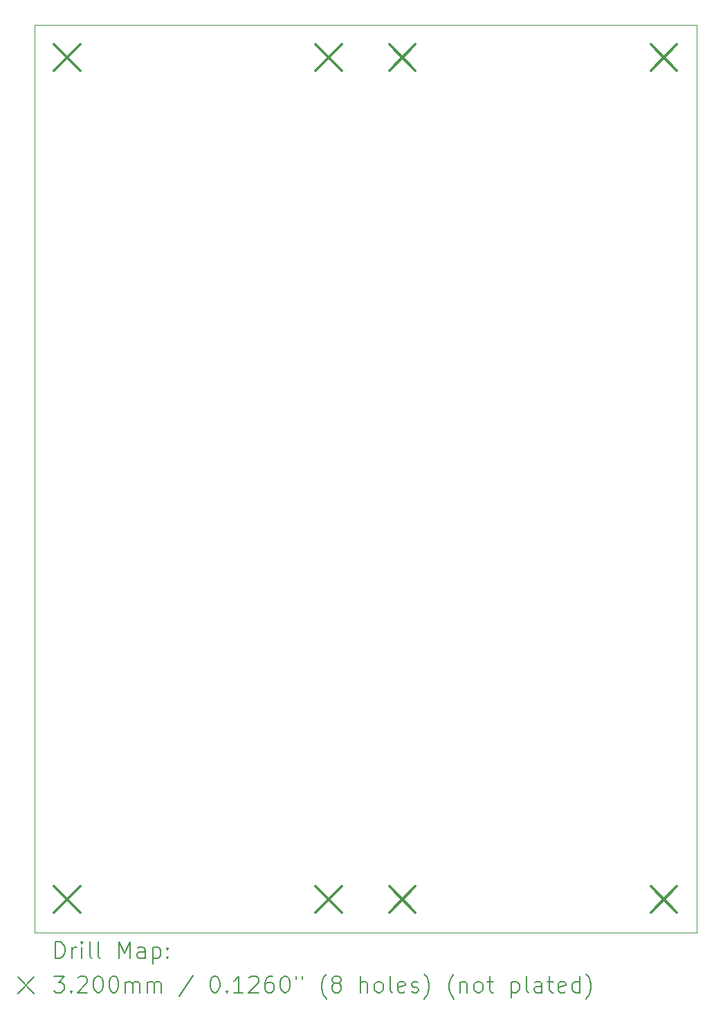
<source format=gbr>
%TF.GenerationSoftware,KiCad,Pcbnew,8.0.2-1*%
%TF.CreationDate,2024-06-17T10:37:50+02:00*%
%TF.ProjectId,chrono-divider,6368726f-6e6f-42d6-9469-76696465722e,rev?*%
%TF.SameCoordinates,Original*%
%TF.FileFunction,Drillmap*%
%TF.FilePolarity,Positive*%
%FSLAX45Y45*%
G04 Gerber Fmt 4.5, Leading zero omitted, Abs format (unit mm)*
G04 Created by KiCad (PCBNEW 8.0.2-1) date 2024-06-17 10:37:50*
%MOMM*%
%LPD*%
G01*
G04 APERTURE LIST*
%ADD10C,0.100000*%
%ADD11C,0.200000*%
%ADD12C,0.320000*%
G04 APERTURE END LIST*
D10*
X5000000Y-5000000D02*
X13100000Y-5000000D01*
X13100000Y-16100000D01*
X5000000Y-16100000D01*
X5000000Y-5000000D01*
D11*
D12*
X5240000Y-5240000D02*
X5560000Y-5560000D01*
X5560000Y-5240000D02*
X5240000Y-5560000D01*
X5240000Y-15540000D02*
X5560000Y-15860000D01*
X5560000Y-15540000D02*
X5240000Y-15860000D01*
X8440000Y-5240000D02*
X8760000Y-5560000D01*
X8760000Y-5240000D02*
X8440000Y-5560000D01*
X8440000Y-15540000D02*
X8760000Y-15860000D01*
X8760000Y-15540000D02*
X8440000Y-15860000D01*
X9340000Y-5240000D02*
X9660000Y-5560000D01*
X9660000Y-5240000D02*
X9340000Y-5560000D01*
X9340000Y-15540000D02*
X9660000Y-15860000D01*
X9660000Y-15540000D02*
X9340000Y-15860000D01*
X12540000Y-5240000D02*
X12860000Y-5560000D01*
X12860000Y-5240000D02*
X12540000Y-5560000D01*
X12540000Y-15540000D02*
X12860000Y-15860000D01*
X12860000Y-15540000D02*
X12540000Y-15860000D01*
D11*
X5255777Y-16416484D02*
X5255777Y-16216484D01*
X5255777Y-16216484D02*
X5303396Y-16216484D01*
X5303396Y-16216484D02*
X5331967Y-16226008D01*
X5331967Y-16226008D02*
X5351015Y-16245055D01*
X5351015Y-16245055D02*
X5360539Y-16264103D01*
X5360539Y-16264103D02*
X5370063Y-16302198D01*
X5370063Y-16302198D02*
X5370063Y-16330769D01*
X5370063Y-16330769D02*
X5360539Y-16368865D01*
X5360539Y-16368865D02*
X5351015Y-16387912D01*
X5351015Y-16387912D02*
X5331967Y-16406960D01*
X5331967Y-16406960D02*
X5303396Y-16416484D01*
X5303396Y-16416484D02*
X5255777Y-16416484D01*
X5455777Y-16416484D02*
X5455777Y-16283150D01*
X5455777Y-16321246D02*
X5465301Y-16302198D01*
X5465301Y-16302198D02*
X5474824Y-16292674D01*
X5474824Y-16292674D02*
X5493872Y-16283150D01*
X5493872Y-16283150D02*
X5512920Y-16283150D01*
X5579586Y-16416484D02*
X5579586Y-16283150D01*
X5579586Y-16216484D02*
X5570063Y-16226008D01*
X5570063Y-16226008D02*
X5579586Y-16235531D01*
X5579586Y-16235531D02*
X5589110Y-16226008D01*
X5589110Y-16226008D02*
X5579586Y-16216484D01*
X5579586Y-16216484D02*
X5579586Y-16235531D01*
X5703396Y-16416484D02*
X5684348Y-16406960D01*
X5684348Y-16406960D02*
X5674824Y-16387912D01*
X5674824Y-16387912D02*
X5674824Y-16216484D01*
X5808158Y-16416484D02*
X5789110Y-16406960D01*
X5789110Y-16406960D02*
X5779586Y-16387912D01*
X5779586Y-16387912D02*
X5779586Y-16216484D01*
X6036729Y-16416484D02*
X6036729Y-16216484D01*
X6036729Y-16216484D02*
X6103396Y-16359341D01*
X6103396Y-16359341D02*
X6170062Y-16216484D01*
X6170062Y-16216484D02*
X6170062Y-16416484D01*
X6351015Y-16416484D02*
X6351015Y-16311722D01*
X6351015Y-16311722D02*
X6341491Y-16292674D01*
X6341491Y-16292674D02*
X6322443Y-16283150D01*
X6322443Y-16283150D02*
X6284348Y-16283150D01*
X6284348Y-16283150D02*
X6265301Y-16292674D01*
X6351015Y-16406960D02*
X6331967Y-16416484D01*
X6331967Y-16416484D02*
X6284348Y-16416484D01*
X6284348Y-16416484D02*
X6265301Y-16406960D01*
X6265301Y-16406960D02*
X6255777Y-16387912D01*
X6255777Y-16387912D02*
X6255777Y-16368865D01*
X6255777Y-16368865D02*
X6265301Y-16349817D01*
X6265301Y-16349817D02*
X6284348Y-16340293D01*
X6284348Y-16340293D02*
X6331967Y-16340293D01*
X6331967Y-16340293D02*
X6351015Y-16330769D01*
X6446253Y-16283150D02*
X6446253Y-16483150D01*
X6446253Y-16292674D02*
X6465301Y-16283150D01*
X6465301Y-16283150D02*
X6503396Y-16283150D01*
X6503396Y-16283150D02*
X6522443Y-16292674D01*
X6522443Y-16292674D02*
X6531967Y-16302198D01*
X6531967Y-16302198D02*
X6541491Y-16321246D01*
X6541491Y-16321246D02*
X6541491Y-16378388D01*
X6541491Y-16378388D02*
X6531967Y-16397436D01*
X6531967Y-16397436D02*
X6522443Y-16406960D01*
X6522443Y-16406960D02*
X6503396Y-16416484D01*
X6503396Y-16416484D02*
X6465301Y-16416484D01*
X6465301Y-16416484D02*
X6446253Y-16406960D01*
X6627205Y-16397436D02*
X6636729Y-16406960D01*
X6636729Y-16406960D02*
X6627205Y-16416484D01*
X6627205Y-16416484D02*
X6617682Y-16406960D01*
X6617682Y-16406960D02*
X6627205Y-16397436D01*
X6627205Y-16397436D02*
X6627205Y-16416484D01*
X6627205Y-16292674D02*
X6636729Y-16302198D01*
X6636729Y-16302198D02*
X6627205Y-16311722D01*
X6627205Y-16311722D02*
X6617682Y-16302198D01*
X6617682Y-16302198D02*
X6627205Y-16292674D01*
X6627205Y-16292674D02*
X6627205Y-16311722D01*
X4795000Y-16645000D02*
X4995000Y-16845000D01*
X4995000Y-16645000D02*
X4795000Y-16845000D01*
X5236729Y-16636484D02*
X5360539Y-16636484D01*
X5360539Y-16636484D02*
X5293872Y-16712674D01*
X5293872Y-16712674D02*
X5322444Y-16712674D01*
X5322444Y-16712674D02*
X5341491Y-16722198D01*
X5341491Y-16722198D02*
X5351015Y-16731722D01*
X5351015Y-16731722D02*
X5360539Y-16750769D01*
X5360539Y-16750769D02*
X5360539Y-16798389D01*
X5360539Y-16798389D02*
X5351015Y-16817436D01*
X5351015Y-16817436D02*
X5341491Y-16826960D01*
X5341491Y-16826960D02*
X5322444Y-16836484D01*
X5322444Y-16836484D02*
X5265301Y-16836484D01*
X5265301Y-16836484D02*
X5246253Y-16826960D01*
X5246253Y-16826960D02*
X5236729Y-16817436D01*
X5446253Y-16817436D02*
X5455777Y-16826960D01*
X5455777Y-16826960D02*
X5446253Y-16836484D01*
X5446253Y-16836484D02*
X5436729Y-16826960D01*
X5436729Y-16826960D02*
X5446253Y-16817436D01*
X5446253Y-16817436D02*
X5446253Y-16836484D01*
X5531967Y-16655531D02*
X5541491Y-16646008D01*
X5541491Y-16646008D02*
X5560539Y-16636484D01*
X5560539Y-16636484D02*
X5608158Y-16636484D01*
X5608158Y-16636484D02*
X5627205Y-16646008D01*
X5627205Y-16646008D02*
X5636729Y-16655531D01*
X5636729Y-16655531D02*
X5646253Y-16674579D01*
X5646253Y-16674579D02*
X5646253Y-16693627D01*
X5646253Y-16693627D02*
X5636729Y-16722198D01*
X5636729Y-16722198D02*
X5522444Y-16836484D01*
X5522444Y-16836484D02*
X5646253Y-16836484D01*
X5770062Y-16636484D02*
X5789110Y-16636484D01*
X5789110Y-16636484D02*
X5808158Y-16646008D01*
X5808158Y-16646008D02*
X5817682Y-16655531D01*
X5817682Y-16655531D02*
X5827205Y-16674579D01*
X5827205Y-16674579D02*
X5836729Y-16712674D01*
X5836729Y-16712674D02*
X5836729Y-16760293D01*
X5836729Y-16760293D02*
X5827205Y-16798389D01*
X5827205Y-16798389D02*
X5817682Y-16817436D01*
X5817682Y-16817436D02*
X5808158Y-16826960D01*
X5808158Y-16826960D02*
X5789110Y-16836484D01*
X5789110Y-16836484D02*
X5770062Y-16836484D01*
X5770062Y-16836484D02*
X5751015Y-16826960D01*
X5751015Y-16826960D02*
X5741491Y-16817436D01*
X5741491Y-16817436D02*
X5731967Y-16798389D01*
X5731967Y-16798389D02*
X5722443Y-16760293D01*
X5722443Y-16760293D02*
X5722443Y-16712674D01*
X5722443Y-16712674D02*
X5731967Y-16674579D01*
X5731967Y-16674579D02*
X5741491Y-16655531D01*
X5741491Y-16655531D02*
X5751015Y-16646008D01*
X5751015Y-16646008D02*
X5770062Y-16636484D01*
X5960539Y-16636484D02*
X5979586Y-16636484D01*
X5979586Y-16636484D02*
X5998634Y-16646008D01*
X5998634Y-16646008D02*
X6008158Y-16655531D01*
X6008158Y-16655531D02*
X6017682Y-16674579D01*
X6017682Y-16674579D02*
X6027205Y-16712674D01*
X6027205Y-16712674D02*
X6027205Y-16760293D01*
X6027205Y-16760293D02*
X6017682Y-16798389D01*
X6017682Y-16798389D02*
X6008158Y-16817436D01*
X6008158Y-16817436D02*
X5998634Y-16826960D01*
X5998634Y-16826960D02*
X5979586Y-16836484D01*
X5979586Y-16836484D02*
X5960539Y-16836484D01*
X5960539Y-16836484D02*
X5941491Y-16826960D01*
X5941491Y-16826960D02*
X5931967Y-16817436D01*
X5931967Y-16817436D02*
X5922443Y-16798389D01*
X5922443Y-16798389D02*
X5912920Y-16760293D01*
X5912920Y-16760293D02*
X5912920Y-16712674D01*
X5912920Y-16712674D02*
X5922443Y-16674579D01*
X5922443Y-16674579D02*
X5931967Y-16655531D01*
X5931967Y-16655531D02*
X5941491Y-16646008D01*
X5941491Y-16646008D02*
X5960539Y-16636484D01*
X6112920Y-16836484D02*
X6112920Y-16703150D01*
X6112920Y-16722198D02*
X6122443Y-16712674D01*
X6122443Y-16712674D02*
X6141491Y-16703150D01*
X6141491Y-16703150D02*
X6170063Y-16703150D01*
X6170063Y-16703150D02*
X6189110Y-16712674D01*
X6189110Y-16712674D02*
X6198634Y-16731722D01*
X6198634Y-16731722D02*
X6198634Y-16836484D01*
X6198634Y-16731722D02*
X6208158Y-16712674D01*
X6208158Y-16712674D02*
X6227205Y-16703150D01*
X6227205Y-16703150D02*
X6255777Y-16703150D01*
X6255777Y-16703150D02*
X6274824Y-16712674D01*
X6274824Y-16712674D02*
X6284348Y-16731722D01*
X6284348Y-16731722D02*
X6284348Y-16836484D01*
X6379586Y-16836484D02*
X6379586Y-16703150D01*
X6379586Y-16722198D02*
X6389110Y-16712674D01*
X6389110Y-16712674D02*
X6408158Y-16703150D01*
X6408158Y-16703150D02*
X6436729Y-16703150D01*
X6436729Y-16703150D02*
X6455777Y-16712674D01*
X6455777Y-16712674D02*
X6465301Y-16731722D01*
X6465301Y-16731722D02*
X6465301Y-16836484D01*
X6465301Y-16731722D02*
X6474824Y-16712674D01*
X6474824Y-16712674D02*
X6493872Y-16703150D01*
X6493872Y-16703150D02*
X6522443Y-16703150D01*
X6522443Y-16703150D02*
X6541491Y-16712674D01*
X6541491Y-16712674D02*
X6551015Y-16731722D01*
X6551015Y-16731722D02*
X6551015Y-16836484D01*
X6941491Y-16626960D02*
X6770063Y-16884103D01*
X7198634Y-16636484D02*
X7217682Y-16636484D01*
X7217682Y-16636484D02*
X7236729Y-16646008D01*
X7236729Y-16646008D02*
X7246253Y-16655531D01*
X7246253Y-16655531D02*
X7255777Y-16674579D01*
X7255777Y-16674579D02*
X7265301Y-16712674D01*
X7265301Y-16712674D02*
X7265301Y-16760293D01*
X7265301Y-16760293D02*
X7255777Y-16798389D01*
X7255777Y-16798389D02*
X7246253Y-16817436D01*
X7246253Y-16817436D02*
X7236729Y-16826960D01*
X7236729Y-16826960D02*
X7217682Y-16836484D01*
X7217682Y-16836484D02*
X7198634Y-16836484D01*
X7198634Y-16836484D02*
X7179586Y-16826960D01*
X7179586Y-16826960D02*
X7170063Y-16817436D01*
X7170063Y-16817436D02*
X7160539Y-16798389D01*
X7160539Y-16798389D02*
X7151015Y-16760293D01*
X7151015Y-16760293D02*
X7151015Y-16712674D01*
X7151015Y-16712674D02*
X7160539Y-16674579D01*
X7160539Y-16674579D02*
X7170063Y-16655531D01*
X7170063Y-16655531D02*
X7179586Y-16646008D01*
X7179586Y-16646008D02*
X7198634Y-16636484D01*
X7351015Y-16817436D02*
X7360539Y-16826960D01*
X7360539Y-16826960D02*
X7351015Y-16836484D01*
X7351015Y-16836484D02*
X7341491Y-16826960D01*
X7341491Y-16826960D02*
X7351015Y-16817436D01*
X7351015Y-16817436D02*
X7351015Y-16836484D01*
X7551015Y-16836484D02*
X7436729Y-16836484D01*
X7493872Y-16836484D02*
X7493872Y-16636484D01*
X7493872Y-16636484D02*
X7474825Y-16665055D01*
X7474825Y-16665055D02*
X7455777Y-16684103D01*
X7455777Y-16684103D02*
X7436729Y-16693627D01*
X7627206Y-16655531D02*
X7636729Y-16646008D01*
X7636729Y-16646008D02*
X7655777Y-16636484D01*
X7655777Y-16636484D02*
X7703396Y-16636484D01*
X7703396Y-16636484D02*
X7722444Y-16646008D01*
X7722444Y-16646008D02*
X7731967Y-16655531D01*
X7731967Y-16655531D02*
X7741491Y-16674579D01*
X7741491Y-16674579D02*
X7741491Y-16693627D01*
X7741491Y-16693627D02*
X7731967Y-16722198D01*
X7731967Y-16722198D02*
X7617682Y-16836484D01*
X7617682Y-16836484D02*
X7741491Y-16836484D01*
X7912920Y-16636484D02*
X7874825Y-16636484D01*
X7874825Y-16636484D02*
X7855777Y-16646008D01*
X7855777Y-16646008D02*
X7846253Y-16655531D01*
X7846253Y-16655531D02*
X7827206Y-16684103D01*
X7827206Y-16684103D02*
X7817682Y-16722198D01*
X7817682Y-16722198D02*
X7817682Y-16798389D01*
X7817682Y-16798389D02*
X7827206Y-16817436D01*
X7827206Y-16817436D02*
X7836729Y-16826960D01*
X7836729Y-16826960D02*
X7855777Y-16836484D01*
X7855777Y-16836484D02*
X7893872Y-16836484D01*
X7893872Y-16836484D02*
X7912920Y-16826960D01*
X7912920Y-16826960D02*
X7922444Y-16817436D01*
X7922444Y-16817436D02*
X7931967Y-16798389D01*
X7931967Y-16798389D02*
X7931967Y-16750769D01*
X7931967Y-16750769D02*
X7922444Y-16731722D01*
X7922444Y-16731722D02*
X7912920Y-16722198D01*
X7912920Y-16722198D02*
X7893872Y-16712674D01*
X7893872Y-16712674D02*
X7855777Y-16712674D01*
X7855777Y-16712674D02*
X7836729Y-16722198D01*
X7836729Y-16722198D02*
X7827206Y-16731722D01*
X7827206Y-16731722D02*
X7817682Y-16750769D01*
X8055777Y-16636484D02*
X8074825Y-16636484D01*
X8074825Y-16636484D02*
X8093872Y-16646008D01*
X8093872Y-16646008D02*
X8103396Y-16655531D01*
X8103396Y-16655531D02*
X8112920Y-16674579D01*
X8112920Y-16674579D02*
X8122444Y-16712674D01*
X8122444Y-16712674D02*
X8122444Y-16760293D01*
X8122444Y-16760293D02*
X8112920Y-16798389D01*
X8112920Y-16798389D02*
X8103396Y-16817436D01*
X8103396Y-16817436D02*
X8093872Y-16826960D01*
X8093872Y-16826960D02*
X8074825Y-16836484D01*
X8074825Y-16836484D02*
X8055777Y-16836484D01*
X8055777Y-16836484D02*
X8036729Y-16826960D01*
X8036729Y-16826960D02*
X8027206Y-16817436D01*
X8027206Y-16817436D02*
X8017682Y-16798389D01*
X8017682Y-16798389D02*
X8008158Y-16760293D01*
X8008158Y-16760293D02*
X8008158Y-16712674D01*
X8008158Y-16712674D02*
X8017682Y-16674579D01*
X8017682Y-16674579D02*
X8027206Y-16655531D01*
X8027206Y-16655531D02*
X8036729Y-16646008D01*
X8036729Y-16646008D02*
X8055777Y-16636484D01*
X8198634Y-16636484D02*
X8198634Y-16674579D01*
X8274825Y-16636484D02*
X8274825Y-16674579D01*
X8570063Y-16912674D02*
X8560539Y-16903150D01*
X8560539Y-16903150D02*
X8541491Y-16874579D01*
X8541491Y-16874579D02*
X8531968Y-16855531D01*
X8531968Y-16855531D02*
X8522444Y-16826960D01*
X8522444Y-16826960D02*
X8512920Y-16779341D01*
X8512920Y-16779341D02*
X8512920Y-16741246D01*
X8512920Y-16741246D02*
X8522444Y-16693627D01*
X8522444Y-16693627D02*
X8531968Y-16665055D01*
X8531968Y-16665055D02*
X8541491Y-16646008D01*
X8541491Y-16646008D02*
X8560539Y-16617436D01*
X8560539Y-16617436D02*
X8570063Y-16607912D01*
X8674825Y-16722198D02*
X8655777Y-16712674D01*
X8655777Y-16712674D02*
X8646253Y-16703150D01*
X8646253Y-16703150D02*
X8636730Y-16684103D01*
X8636730Y-16684103D02*
X8636730Y-16674579D01*
X8636730Y-16674579D02*
X8646253Y-16655531D01*
X8646253Y-16655531D02*
X8655777Y-16646008D01*
X8655777Y-16646008D02*
X8674825Y-16636484D01*
X8674825Y-16636484D02*
X8712920Y-16636484D01*
X8712920Y-16636484D02*
X8731968Y-16646008D01*
X8731968Y-16646008D02*
X8741491Y-16655531D01*
X8741491Y-16655531D02*
X8751015Y-16674579D01*
X8751015Y-16674579D02*
X8751015Y-16684103D01*
X8751015Y-16684103D02*
X8741491Y-16703150D01*
X8741491Y-16703150D02*
X8731968Y-16712674D01*
X8731968Y-16712674D02*
X8712920Y-16722198D01*
X8712920Y-16722198D02*
X8674825Y-16722198D01*
X8674825Y-16722198D02*
X8655777Y-16731722D01*
X8655777Y-16731722D02*
X8646253Y-16741246D01*
X8646253Y-16741246D02*
X8636730Y-16760293D01*
X8636730Y-16760293D02*
X8636730Y-16798389D01*
X8636730Y-16798389D02*
X8646253Y-16817436D01*
X8646253Y-16817436D02*
X8655777Y-16826960D01*
X8655777Y-16826960D02*
X8674825Y-16836484D01*
X8674825Y-16836484D02*
X8712920Y-16836484D01*
X8712920Y-16836484D02*
X8731968Y-16826960D01*
X8731968Y-16826960D02*
X8741491Y-16817436D01*
X8741491Y-16817436D02*
X8751015Y-16798389D01*
X8751015Y-16798389D02*
X8751015Y-16760293D01*
X8751015Y-16760293D02*
X8741491Y-16741246D01*
X8741491Y-16741246D02*
X8731968Y-16731722D01*
X8731968Y-16731722D02*
X8712920Y-16722198D01*
X8989111Y-16836484D02*
X8989111Y-16636484D01*
X9074825Y-16836484D02*
X9074825Y-16731722D01*
X9074825Y-16731722D02*
X9065301Y-16712674D01*
X9065301Y-16712674D02*
X9046253Y-16703150D01*
X9046253Y-16703150D02*
X9017682Y-16703150D01*
X9017682Y-16703150D02*
X8998634Y-16712674D01*
X8998634Y-16712674D02*
X8989111Y-16722198D01*
X9198634Y-16836484D02*
X9179587Y-16826960D01*
X9179587Y-16826960D02*
X9170063Y-16817436D01*
X9170063Y-16817436D02*
X9160539Y-16798389D01*
X9160539Y-16798389D02*
X9160539Y-16741246D01*
X9160539Y-16741246D02*
X9170063Y-16722198D01*
X9170063Y-16722198D02*
X9179587Y-16712674D01*
X9179587Y-16712674D02*
X9198634Y-16703150D01*
X9198634Y-16703150D02*
X9227206Y-16703150D01*
X9227206Y-16703150D02*
X9246253Y-16712674D01*
X9246253Y-16712674D02*
X9255777Y-16722198D01*
X9255777Y-16722198D02*
X9265301Y-16741246D01*
X9265301Y-16741246D02*
X9265301Y-16798389D01*
X9265301Y-16798389D02*
X9255777Y-16817436D01*
X9255777Y-16817436D02*
X9246253Y-16826960D01*
X9246253Y-16826960D02*
X9227206Y-16836484D01*
X9227206Y-16836484D02*
X9198634Y-16836484D01*
X9379587Y-16836484D02*
X9360539Y-16826960D01*
X9360539Y-16826960D02*
X9351015Y-16807912D01*
X9351015Y-16807912D02*
X9351015Y-16636484D01*
X9531968Y-16826960D02*
X9512920Y-16836484D01*
X9512920Y-16836484D02*
X9474825Y-16836484D01*
X9474825Y-16836484D02*
X9455777Y-16826960D01*
X9455777Y-16826960D02*
X9446253Y-16807912D01*
X9446253Y-16807912D02*
X9446253Y-16731722D01*
X9446253Y-16731722D02*
X9455777Y-16712674D01*
X9455777Y-16712674D02*
X9474825Y-16703150D01*
X9474825Y-16703150D02*
X9512920Y-16703150D01*
X9512920Y-16703150D02*
X9531968Y-16712674D01*
X9531968Y-16712674D02*
X9541492Y-16731722D01*
X9541492Y-16731722D02*
X9541492Y-16750769D01*
X9541492Y-16750769D02*
X9446253Y-16769817D01*
X9617682Y-16826960D02*
X9636730Y-16836484D01*
X9636730Y-16836484D02*
X9674825Y-16836484D01*
X9674825Y-16836484D02*
X9693873Y-16826960D01*
X9693873Y-16826960D02*
X9703396Y-16807912D01*
X9703396Y-16807912D02*
X9703396Y-16798389D01*
X9703396Y-16798389D02*
X9693873Y-16779341D01*
X9693873Y-16779341D02*
X9674825Y-16769817D01*
X9674825Y-16769817D02*
X9646253Y-16769817D01*
X9646253Y-16769817D02*
X9627206Y-16760293D01*
X9627206Y-16760293D02*
X9617682Y-16741246D01*
X9617682Y-16741246D02*
X9617682Y-16731722D01*
X9617682Y-16731722D02*
X9627206Y-16712674D01*
X9627206Y-16712674D02*
X9646253Y-16703150D01*
X9646253Y-16703150D02*
X9674825Y-16703150D01*
X9674825Y-16703150D02*
X9693873Y-16712674D01*
X9770063Y-16912674D02*
X9779587Y-16903150D01*
X9779587Y-16903150D02*
X9798634Y-16874579D01*
X9798634Y-16874579D02*
X9808158Y-16855531D01*
X9808158Y-16855531D02*
X9817682Y-16826960D01*
X9817682Y-16826960D02*
X9827206Y-16779341D01*
X9827206Y-16779341D02*
X9827206Y-16741246D01*
X9827206Y-16741246D02*
X9817682Y-16693627D01*
X9817682Y-16693627D02*
X9808158Y-16665055D01*
X9808158Y-16665055D02*
X9798634Y-16646008D01*
X9798634Y-16646008D02*
X9779587Y-16617436D01*
X9779587Y-16617436D02*
X9770063Y-16607912D01*
X10131968Y-16912674D02*
X10122444Y-16903150D01*
X10122444Y-16903150D02*
X10103396Y-16874579D01*
X10103396Y-16874579D02*
X10093873Y-16855531D01*
X10093873Y-16855531D02*
X10084349Y-16826960D01*
X10084349Y-16826960D02*
X10074825Y-16779341D01*
X10074825Y-16779341D02*
X10074825Y-16741246D01*
X10074825Y-16741246D02*
X10084349Y-16693627D01*
X10084349Y-16693627D02*
X10093873Y-16665055D01*
X10093873Y-16665055D02*
X10103396Y-16646008D01*
X10103396Y-16646008D02*
X10122444Y-16617436D01*
X10122444Y-16617436D02*
X10131968Y-16607912D01*
X10208158Y-16703150D02*
X10208158Y-16836484D01*
X10208158Y-16722198D02*
X10217682Y-16712674D01*
X10217682Y-16712674D02*
X10236730Y-16703150D01*
X10236730Y-16703150D02*
X10265301Y-16703150D01*
X10265301Y-16703150D02*
X10284349Y-16712674D01*
X10284349Y-16712674D02*
X10293873Y-16731722D01*
X10293873Y-16731722D02*
X10293873Y-16836484D01*
X10417682Y-16836484D02*
X10398634Y-16826960D01*
X10398634Y-16826960D02*
X10389111Y-16817436D01*
X10389111Y-16817436D02*
X10379587Y-16798389D01*
X10379587Y-16798389D02*
X10379587Y-16741246D01*
X10379587Y-16741246D02*
X10389111Y-16722198D01*
X10389111Y-16722198D02*
X10398634Y-16712674D01*
X10398634Y-16712674D02*
X10417682Y-16703150D01*
X10417682Y-16703150D02*
X10446254Y-16703150D01*
X10446254Y-16703150D02*
X10465301Y-16712674D01*
X10465301Y-16712674D02*
X10474825Y-16722198D01*
X10474825Y-16722198D02*
X10484349Y-16741246D01*
X10484349Y-16741246D02*
X10484349Y-16798389D01*
X10484349Y-16798389D02*
X10474825Y-16817436D01*
X10474825Y-16817436D02*
X10465301Y-16826960D01*
X10465301Y-16826960D02*
X10446254Y-16836484D01*
X10446254Y-16836484D02*
X10417682Y-16836484D01*
X10541492Y-16703150D02*
X10617682Y-16703150D01*
X10570063Y-16636484D02*
X10570063Y-16807912D01*
X10570063Y-16807912D02*
X10579587Y-16826960D01*
X10579587Y-16826960D02*
X10598634Y-16836484D01*
X10598634Y-16836484D02*
X10617682Y-16836484D01*
X10836730Y-16703150D02*
X10836730Y-16903150D01*
X10836730Y-16712674D02*
X10855777Y-16703150D01*
X10855777Y-16703150D02*
X10893873Y-16703150D01*
X10893873Y-16703150D02*
X10912920Y-16712674D01*
X10912920Y-16712674D02*
X10922444Y-16722198D01*
X10922444Y-16722198D02*
X10931968Y-16741246D01*
X10931968Y-16741246D02*
X10931968Y-16798389D01*
X10931968Y-16798389D02*
X10922444Y-16817436D01*
X10922444Y-16817436D02*
X10912920Y-16826960D01*
X10912920Y-16826960D02*
X10893873Y-16836484D01*
X10893873Y-16836484D02*
X10855777Y-16836484D01*
X10855777Y-16836484D02*
X10836730Y-16826960D01*
X11046254Y-16836484D02*
X11027206Y-16826960D01*
X11027206Y-16826960D02*
X11017682Y-16807912D01*
X11017682Y-16807912D02*
X11017682Y-16636484D01*
X11208158Y-16836484D02*
X11208158Y-16731722D01*
X11208158Y-16731722D02*
X11198634Y-16712674D01*
X11198634Y-16712674D02*
X11179587Y-16703150D01*
X11179587Y-16703150D02*
X11141492Y-16703150D01*
X11141492Y-16703150D02*
X11122444Y-16712674D01*
X11208158Y-16826960D02*
X11189111Y-16836484D01*
X11189111Y-16836484D02*
X11141492Y-16836484D01*
X11141492Y-16836484D02*
X11122444Y-16826960D01*
X11122444Y-16826960D02*
X11112920Y-16807912D01*
X11112920Y-16807912D02*
X11112920Y-16788865D01*
X11112920Y-16788865D02*
X11122444Y-16769817D01*
X11122444Y-16769817D02*
X11141492Y-16760293D01*
X11141492Y-16760293D02*
X11189111Y-16760293D01*
X11189111Y-16760293D02*
X11208158Y-16750769D01*
X11274825Y-16703150D02*
X11351015Y-16703150D01*
X11303396Y-16636484D02*
X11303396Y-16807912D01*
X11303396Y-16807912D02*
X11312920Y-16826960D01*
X11312920Y-16826960D02*
X11331968Y-16836484D01*
X11331968Y-16836484D02*
X11351015Y-16836484D01*
X11493873Y-16826960D02*
X11474825Y-16836484D01*
X11474825Y-16836484D02*
X11436730Y-16836484D01*
X11436730Y-16836484D02*
X11417682Y-16826960D01*
X11417682Y-16826960D02*
X11408158Y-16807912D01*
X11408158Y-16807912D02*
X11408158Y-16731722D01*
X11408158Y-16731722D02*
X11417682Y-16712674D01*
X11417682Y-16712674D02*
X11436730Y-16703150D01*
X11436730Y-16703150D02*
X11474825Y-16703150D01*
X11474825Y-16703150D02*
X11493873Y-16712674D01*
X11493873Y-16712674D02*
X11503396Y-16731722D01*
X11503396Y-16731722D02*
X11503396Y-16750769D01*
X11503396Y-16750769D02*
X11408158Y-16769817D01*
X11674825Y-16836484D02*
X11674825Y-16636484D01*
X11674825Y-16826960D02*
X11655777Y-16836484D01*
X11655777Y-16836484D02*
X11617682Y-16836484D01*
X11617682Y-16836484D02*
X11598634Y-16826960D01*
X11598634Y-16826960D02*
X11589111Y-16817436D01*
X11589111Y-16817436D02*
X11579587Y-16798389D01*
X11579587Y-16798389D02*
X11579587Y-16741246D01*
X11579587Y-16741246D02*
X11589111Y-16722198D01*
X11589111Y-16722198D02*
X11598634Y-16712674D01*
X11598634Y-16712674D02*
X11617682Y-16703150D01*
X11617682Y-16703150D02*
X11655777Y-16703150D01*
X11655777Y-16703150D02*
X11674825Y-16712674D01*
X11751015Y-16912674D02*
X11760539Y-16903150D01*
X11760539Y-16903150D02*
X11779587Y-16874579D01*
X11779587Y-16874579D02*
X11789111Y-16855531D01*
X11789111Y-16855531D02*
X11798634Y-16826960D01*
X11798634Y-16826960D02*
X11808158Y-16779341D01*
X11808158Y-16779341D02*
X11808158Y-16741246D01*
X11808158Y-16741246D02*
X11798634Y-16693627D01*
X11798634Y-16693627D02*
X11789111Y-16665055D01*
X11789111Y-16665055D02*
X11779587Y-16646008D01*
X11779587Y-16646008D02*
X11760539Y-16617436D01*
X11760539Y-16617436D02*
X11751015Y-16607912D01*
M02*

</source>
